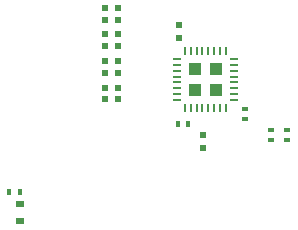
<source format=gbp>
G04 #@! TF.FileFunction,Paste,Bot*
%FSLAX46Y46*%
G04 Gerber Fmt 4.6, Leading zero omitted, Abs format (unit mm)*
G04 Created by KiCad (PCBNEW 4.0.6-e0-6349~53~ubuntu14.04.1) date Sat Jul 15 18:22:04 2017*
%MOMM*%
%LPD*%
G01*
G04 APERTURE LIST*
%ADD10C,0.350000*%
%ADD11R,0.400000X0.600000*%
%ADD12R,0.600000X0.400000*%
%ADD13R,0.250000X0.700000*%
%ADD14R,0.700000X0.250000*%
%ADD15R,1.035000X1.035000*%
%ADD16R,0.600000X0.500000*%
%ADD17R,0.500000X0.600000*%
%ADD18R,0.700000X0.600000*%
G04 APERTURE END LIST*
D10*
D11*
X99176000Y-86106000D03*
X100076000Y-86106000D03*
D12*
X104902000Y-85667000D03*
X104902000Y-84767000D03*
D13*
X99764000Y-79914000D03*
X100264000Y-79914000D03*
X100764000Y-79914000D03*
X101264000Y-79914000D03*
X101764000Y-79914000D03*
X102264000Y-79914000D03*
X102764000Y-79914000D03*
X103264000Y-79914000D03*
D14*
X103914000Y-80564000D03*
X103914000Y-81064000D03*
X103914000Y-81564000D03*
X103914000Y-82064000D03*
X103914000Y-82564000D03*
X103914000Y-83064000D03*
X103914000Y-83564000D03*
X103914000Y-84064000D03*
D13*
X103264000Y-84714000D03*
X102764000Y-84714000D03*
X102264000Y-84714000D03*
X101764000Y-84714000D03*
X101264000Y-84714000D03*
X100764000Y-84714000D03*
X100264000Y-84714000D03*
X99764000Y-84714000D03*
D14*
X99114000Y-84064000D03*
X99114000Y-83564000D03*
X99114000Y-83064000D03*
X99114000Y-82564000D03*
X99114000Y-82064000D03*
X99114000Y-81564000D03*
X99114000Y-81064000D03*
X99114000Y-80564000D03*
D15*
X102376500Y-83176500D03*
X100651500Y-83176500D03*
X102376500Y-81451500D03*
X100651500Y-81451500D03*
D16*
X94100000Y-83000000D03*
X93000000Y-83000000D03*
X94100000Y-84000000D03*
X93000000Y-84000000D03*
X94100000Y-80750000D03*
X93000000Y-80750000D03*
X94100000Y-81750000D03*
X93000000Y-81750000D03*
X94107000Y-78500000D03*
X93007000Y-78500000D03*
X94100000Y-79500000D03*
X93000000Y-79500000D03*
X94107000Y-76250000D03*
X93007000Y-76250000D03*
X94100000Y-77250000D03*
X93000000Y-77250000D03*
D17*
X101346000Y-88138000D03*
X101346000Y-87038000D03*
X99314000Y-77724000D03*
X99314000Y-78824000D03*
D18*
X85826600Y-92887800D03*
X85826600Y-94287800D03*
D12*
X107061000Y-87445000D03*
X107061000Y-86545000D03*
X108458000Y-87445000D03*
X108458000Y-86545000D03*
D11*
X84926600Y-91795600D03*
X85826600Y-91795600D03*
M02*

</source>
